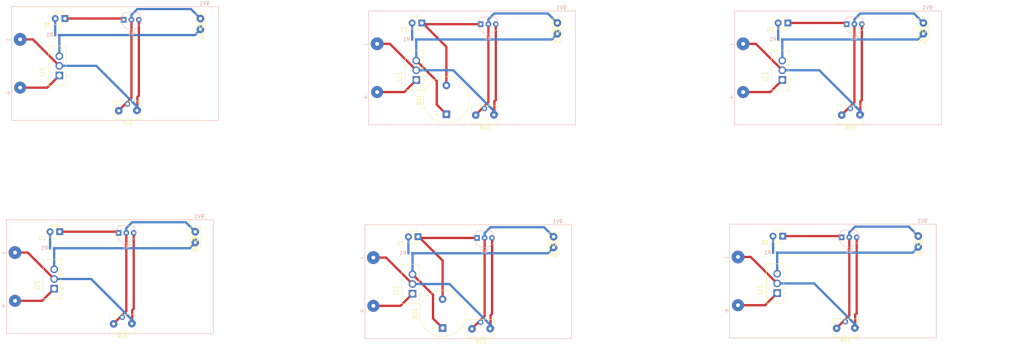
<source format=kicad_pcb>
(kicad_pcb (version 20211014) (generator pcbnew)
  (title_block (comment 1 "180208063"))
  (layers (0 "F.Cu" signal) (31 "B.Cu" signal) (34 "B.Paste" user) (35 "F.Paste" user) (36 "B.SilkS" user "B.Silkscreen") (37 "F.SilkS" user "F.Silkscreen") (38 "B.Mask" user) (39 "F.Mask" user) (44 "Edge.Cuts" user))
  (net 0 "")
  (net 2 "Net-(BZ1-Pad2)")
  (net 3 "Net-(D1-Pad2)")
  (net 4 "Net-(BZ1-Pad1)")
  (net 5 "Net-(9V1-Pad-)")
  (net 6 "Net-(9V1-Pad+)")
  (net 7 "Net-(H1-Pad1)")
  (footprint "Connector_Pin:Pin_D0.9mm_L10.0mm_W2.4mm_FlatFork" (layer "F.Cu") (at 70.919713 21.558603)
    (fp_text reference "H1" (at 0 1.95) (layer "F.SilkS"))
    (fp_text value "MountingHole_Pad")
    (pad "1" thru_hole circle (at 0 0) (size 2 2) (drill 0.9) (layers F&B.Cu *.Mask) (net 7 "Net-(H1-Pad1)"))
  )
  (footprint "Potentiometer_THT:editted_Potentiometer_Bourns_3266Y_Vertical" (layer "F.Cu") (at 143.1015 46.9195 180)
    (fp_text reference "RV1" (at -2.54 -3.41) (layer "F.SilkS"))
    (fp_text value "R_POT")
    (pad "1" thru_hole circle (at -0.19 -0.06 180) (size 2 2) (drill 0.8) (layers *.Cu *.Mask))
    (pad "2" thru_hole circle (at -4.97 0.02 180) (size 2 2) (drill 0.8) (layers *.Cu *.Mask) (net 7 "Net-(H1-Pad1)"))
    (pad "3" thru_hole circle (at -2.47 1.69 180) (size 1.44 1.44) (drill 0.8) (layers *.Cu *.Mask) (net 5 "Net-(9V1-Pad-)"))
  )
  (footprint "LED_THT:LED_D3.0mm_FlatTop" (layer "F.Cu") (at 33.944713 77.668603 180)
    (fp_text reference "D1" (at 4.625 -1.7) (layer "F.SilkS"))
    (fp_text value "LED")
    (pad "1" thru_hole rect (at 0 0 180) (size 1.8 1.8) (drill 0.9) (layers F&B.Cu *.Mask) (net 2 "Net-(BZ1-Pad2)"))
    (pad "2" thru_hole circle (at 2.54 0 180) (size 1.8 1.8) (drill 0.9) (layers F&B.Cu *.Mask) (net 3 "Net-(D1-Pad2)"))
  )
  (footprint "Connector_Pin:Pin_D0.9mm_L10.0mm_W2.4mm_FlatFork" (layer "F.Cu") (at 260.959713 22.718603)
    (fp_text reference "H1" (at 0 1.95) (layer "F.SilkS"))
    (fp_text value "MountingHole_Pad")
    (pad "1" thru_hole circle (at 0 0) (size 2 2) (drill 0.9) (layers *.Cu *.Mask) (net 7 "Net-(H1-Pad1)"))
  )
  (footprint "L7805CV-Vreg:TO255P1040X460X1968-3" (layer "F.Cu") (at 126.677713 93.988603 90)
    (fp_text reference "U1" (at 0.995 -4.444 90) (layer "F.SilkS") (effects (font (size 1.4 1.4))))
    (fp_text value "L7805CV")
    (pad "1" thru_hole rect locked (at 0 0 90) (size 2 2) (drill 1.27) (layers F&B.Cu *.Mask) (net 6 "Net-(9V1-Pad+)"))
    (pad "2" thru_hole circle locked (at 2.55 0 90) (size 2 2) (drill 1.27) (layers F&B.Cu *.Mask) (net 5 "Net-(9V1-Pad-)"))
    (pad "3" thru_hole circle locked (at 5.1 0 90) (size 2 2) (drill 1.27) (layers F&B.Cu *.Mask) (net 4 "Net-(BZ1-Pad1)"))
  )
  (footprint "Connector_Pin:Pin_D0.9mm_L10.0mm_W2.4mm_FlatFork" (layer "F.Cu") (at 163.759713 81.838603)
    (fp_text reference "H2" (at 0 1.95) (layer "F.SilkS"))
    (fp_text value "MountingHole_Pad")
    (pad "1" thru_hole circle (at 0 0) (size 2 2) (drill 0.8) (layers F&B.Cu *.Mask) (net 4 "Net-(BZ1-Pad1)"))
  )
  (footprint "Connector_Pin:Pin_D0.9mm_L10.0mm_W2.4mm_FlatFork" (layer "F.Cu") (at 69.569713 77.668603)
    (fp_text reference "H1" (at 0 1.95) (layer "F.SilkS"))
    (fp_text value "MountingHole_Pad")
    (pad "1" thru_hole circle (at 0 0) (size 2 2) (drill 0.9) (layers F&B.Cu *.Mask) (net 7 "Net-(H1-Pad1)"))
  )
  (footprint "L7805CV-Vreg:TO255P1040X460X1968-3" (layer "F.Cu") (at 223.877713 37.718603 90)
    (fp_text reference "U1" (at 0.995 -4.444 90) (layer "F.SilkS") (effects (font (size 1.4 1.4))))
    (fp_text value "L7805CV")
    (pad "1" thru_hole rect locked (at 0 0 90) (size 2 2) (drill 1.27) (layers *.Cu *.Mask) (net 6 "Net-(9V1-Pad+)"))
    (pad "2" thru_hole circle locked (at 2.55 0 90) (size 2 2) (drill 1.27) (layers *.Cu *.Mask) (net 5 "Net-(9V1-Pad-)"))
    (pad "3" thru_hole circle locked (at 5.1 0 90) (size 2 2) (drill 1.27) (layers *.Cu *.Mask) (net 4 "Net-(BZ1-Pad1)"))
  )
  (footprint "Buzzer_Beeper:Buzzer_12x9.5RM7.6" (layer "F.Cu") (at 135.5715 46.7495 90)
    (fp_text reference "BZ1" (at 3.8 -7.2 90) (layer "F.SilkS"))
    (fp_text value "Buzzer")
    (fp_text user "+" (at -0.01 -2.54 90) (layer "F.SilkS"))
    (pad "1" thru_hole rect (at 0 0 90) (size 2 2) (drill 1) (layers *.Cu *.Mask) (net 4 "Net-(BZ1-Pad1)"))
    (pad "2" thru_hole circle (at 7.6 0 90) (size 2 2) (drill 1) (layers *.Cu *.Mask) (net 2 "Net-(BZ1-Pad2)"))
  )
  (footprint "Potentiometer_THT:editted_Potentiometer_Bourns_3266Y_Vertical" (layer "F.Cu") (at 49.2715 45.7595 180)
    (fp_text reference "RV1" (at -2.54 -3.41) (layer "F.SilkS"))
    (fp_text value "R_POT")
    (pad "1" thru_hole circle (at -0.19 -0.06 180) (size 2 2) (drill 0.8) (layers F&B.Cu *.Mask))
    (pad "2" thru_hole circle (at -4.97 0.02 180) (size 2 2) (drill 0.8) (layers F&B.Cu *.Mask) (net 7 "Net-(H1-Pad1)"))
    (pad "3" thru_hole circle (at -2.47 1.69 180) (size 1.44 1.44) (drill 0.8) (layers F&B.Cu *.Mask) (net 5 "Net-(9V1-Pad-)"))
  )
  (footprint "Potentiometer_THT:editted_Potentiometer_Bourns_3266Y_Vertical" (layer "F.Cu") (at 47.9215 101.8695 180)
    (fp_text reference "RV1" (at -2.54 -3.41) (layer "F.SilkS"))
    (fp_text value "R_POT")
    (pad "1" thru_hole circle (at -0.19 -0.06 180) (size 2 2) (drill 0.8) (layers F&B.Cu *.Mask))
    (pad "2" thru_hole circle (at -4.97 0.02 180) (size 2 2) (drill 0.8) (layers F&B.Cu *.Mask) (net 7 "Net-(H1-Pad1)"))
    (pad "3" thru_hole circle (at -2.47 1.69 180) (size 1.44 1.44) (drill 0.8) (layers F&B.Cu *.Mask) (net 5 "Net-(9V1-Pad-)"))
  )
  (footprint "Connector_Pin:Pin_D0.9mm_L10.0mm_W2.4mm_FlatFork" (layer "F.Cu") (at 163.759713 78.988603)
    (fp_text reference "H1" (at 0 1.95) (layer "F.SilkS"))
    (fp_text value "MountingHole_Pad")
    (pad "1" thru_hole circle (at 0 0) (size 2 2) (drill 0.9) (layers F&B.Cu *.Mask) (net 7 "Net-(H1-Pad1)"))
  )
  (footprint "Connector_Pin:Pin_D0.9mm_L10.0mm_W2.4mm_FlatFork" (layer "F.Cu") (at 259.609713 81.678603)
    (fp_text reference "H2" (at 0 1.95) (layer "F.SilkS"))
    (fp_text value "MountingHole_Pad")
    (pad "1" thru_hole circle (at 0 0) (size 2 2) (drill 0.8) (layers F&B.Cu *.Mask) (net 4 "Net-(BZ1-Pad1)"))
  )
  (footprint "LED_THT:LED_D3.0mm_FlatTop" (layer "F.Cu") (at 128.134713 78.988603 180)
    (fp_text reference "D1" (at 4.625 -1.7) (layer "F.SilkS"))
    (fp_text value "LED")
    (pad "1" thru_hole rect (at 0 0 180) (size 1.8 1.8) (drill 0.9) (layers F&B.Cu *.Mask) (net 2 "Net-(BZ1-Pad2)"))
    (pad "2" thru_hole circle (at 2.54 0 180) (size 1.8 1.8) (drill 0.9) (layers F&B.Cu *.Mask) (net 3 "Net-(D1-Pad2)"))
  )
  (footprint "Connector_Pin:Pin_D0.9mm_L10.0mm_W2.4mm_FlatFork" (layer "F.Cu") (at 164.749713 22.718603)
    (fp_text reference "H1" (at 0 1.95) (layer "F.SilkS"))
    (fp_text value "MountingHole_Pad")
    (pad "1" thru_hole circle (at 0 0) (size 2 2) (drill 0.9) (layers F&B.Cu *.Mask) (net 7 "Net-(H1-Pad1)"))
  )
  (footprint "Connector_Pin:Pin_D0.9mm_L10.0mm_W2.4mm_FlatFork" (layer "F.Cu") (at 69.569713 80.518603)
    (fp_text reference "H2" (at 0 1.95) (layer "F.SilkS"))
    (fp_text value "MountingHole_Pad")
    (pad "1" thru_hole circle (at 0 0) (size 2 2) (drill 0.8) (layers F&B.Cu *.Mask) (net 4 "Net-(BZ1-Pad1)"))
  )
  (footprint "Connector_Pin:Pin_D0.9mm_L10.0mm_W2.4mm_FlatFork" (layer "F.Cu") (at 70.919713 24.408603)
    (fp_text reference "H2" (at 0 1.95) (layer "F.SilkS"))
    (fp_text value "MountingHole_Pad")
    (pad "1" thru_hole circle (at 0 0) (size 2 2) (drill 0.8) (layers F&B.Cu *.Mask) (net 4 "Net-(BZ1-Pad1)"))
  )
  (footprint "L7805CV-Vreg:TO255P1040X460X1968-3" (layer "F.Cu") (at 33.837713 36.558603 90)
    (fp_text reference "U1" (at 0.995 -4.444 90) (layer "F.SilkS") (effects (font (size 1.4 1.4))))
    (fp_text value "L7805CV")
    (pad "1" thru_hole rect locked (at 0 0 90) (size 2 2) (drill 1.27) (layers F&B.Cu *.Mask) (net 6 "Net-(9V1-Pad+)"))
    (pad "2" thru_hole circle locked (at 2.55 0 90) (size 2 2) (drill 1.27) (layers F&B.Cu *.Mask) (net 5 "Net-(9V1-Pad-)"))
    (pad "3" thru_hole circle locked (at 5.1 0 90) (size 2 2) (drill 1.27) (layers F&B.Cu *.Mask) (net 4 "Net-(BZ1-Pad1)"))
  )
  (footprint "Potentiometer_THT:editted_Potentiometer_Bourns_3266Y_Vertical" (layer "F.Cu") (at 237.9615 103.0295 180)
    (fp_text reference "RV1" (at -2.54 -3.41) (layer "F.SilkS"))
    (fp_text value "R_POT")
    (pad "1" thru_hole circle (at -0.19 -0.06 180) (size 2 2) (drill 0.8) (layers F&B.Cu *.Mask))
    (pad "2" thru_hole circle (at -4.97 0.02 180) (size 2 2) (drill 0.8) (layers F&B.Cu *.Mask) (net 7 "Net-(H1-Pad1)"))
    (pad "3" thru_hole circle (at -2.47 1.69 180) (size 1.44 1.44) (drill 0.8) (layers F&B.Cu *.Mask) (net 5 "Net-(9V1-Pad-)"))
  )
  (footprint "L7805CV-Vreg:TO255P1040X460X1968-3" (layer "F.Cu") (at 222.527713 93.828603 90)
    (fp_text reference "U1" (at 0.995 -4.444 90) (layer "F.SilkS") (effects (font (size 1.4 1.4))))
    (fp_text value "L7805CV")
    (pad "1" thru_hole rect locked (at 0 0 90) (size 2 2) (drill 1.27) (layers F&B.Cu *.Mask) (net 6 "Net-(9V1-Pad+)"))
    (pad "2" thru_hole circle locked (at 2.55 0 90) (size 2 2) (drill 1.27) (layers F&B.Cu *.Mask) (net 5 "Net-(9V1-Pad-)"))
    (pad "3" thru_hole circle locked (at 5.1 0 90) (size 2 2) (drill 1.27) (layers F&B.Cu *.Mask) (net 4 "Net-(BZ1-Pad1)"))
  )
  (footprint "Buzzer_Beeper:Buzzer_12x9.5RM7.6" (layer "F.Cu") (at 134.5815 103.0195 90)
    (fp_text reference "BZ1" (at 3.8 -7.2 90) (layer "F.SilkS"))
    (fp_text value "Buzzer")
    (fp_text user "+" (at -0.01 -2.54 90) (layer "F.SilkS"))
    (pad "1" thru_hole rect (at 0 0 90) (size 2 2) (drill 1) (layers F&B.Cu *.Mask) (net 4 "Net-(BZ1-Pad1)"))
    (pad "2" thru_hole circle (at 7.6 0 90) (size 2 2) (drill 1) (layers F&B.Cu *.Mask) (net 2 "Net-(BZ1-Pad2)"))
  )
  (footprint "Potentiometer_THT:editted_Potentiometer_Bourns_3266Y_Vertical" (layer "F.Cu") (at 142.1115 103.1895 180)
    (fp_text reference "RV1" (at -2.54 -3.41) (layer "F.SilkS"))
    (fp_text value "R_POT")
    (pad "1" thru_hole circle (at -0.19 -0.06 180) (size 2 2) (drill 0.8) (layers F&B.Cu *.Mask))
    (pad "2" thru_hole circle (at -4.97 0.02 180) (size 2 2) (drill 0.8) (layers F&B.Cu *.Mask) (net 7 "Net-(H1-Pad1)"))
    (pad "3" thru_hole circle (at -2.47 1.69 180) (size 1.44 1.44) (drill 0.8) (layers F&B.Cu *.Mask) (net 5 "Net-(9V1-Pad-)"))
  )
  (footprint "L7805CV-Vreg:TO255P1040X460X1968-3" (layer "F.Cu") (at 127.667713 37.718603 90)
    (fp_text reference "U1" (at 0.995 -4.444 90) (layer "F.SilkS") (effects (font (size 1.4 1.4))))
    (fp_text value "L7805CV")
    (pad "1" thru_hole rect locked (at 0 0 90) (size 2 2) (drill 1.27) (layers *.Cu *.Mask) (net 6 "Net-(9V1-Pad+)"))
    (pad "2" thru_hole circle locked (at 2.55 0 90) (size 2 2) (drill 1.27) (layers *.Cu *.Mask) (net 5 "Net-(9V1-Pad-)"))
    (pad "3" thru_hole circle locked (at 5.1 0 90) (size 2 2) (drill 1.27) (layers *.Cu *.Mask) (net 4 "Net-(BZ1-Pad1)"))
  )
  (footprint "Connector_Pin:Pin_D0.9mm_L10.0mm_W2.4mm_FlatFork" (layer "F.Cu") (at 164.749713 25.568603)
    (fp_text reference "H2" (at 0 1.95) (layer "F.SilkS"))
    (fp_text value "MountingHole_Pad")
    (pad "1" thru_hole circle (at 0 0) (size 2 2) (drill 0.8) (layers F&B.Cu *.Mask) (net 4 "Net-(BZ1-Pad1)"))
  )
  (footprint "L7805CV-Vreg:TO255P1040X460X1968-3" (layer "F.Cu") (at 32.487713 92.668603 90)
    (fp_text reference "U1" (at 0.995 -4.444 90) (layer "F.SilkS") (effects (font (size 1.4 1.4))))
    (fp_text value "L7805CV")
    (pad "1" thru_hole rect locked (at 0 0 90) (size 2 2) (drill 1.27) (layers F&B.Cu *.Mask) (net 6 "Net-(9V1-Pad+)"))
    (pad "2" thru_hole circle locked (at 2.55 0 90) (size 2 2) (drill 1.27) (layers F&B.Cu *.Mask) (net 5 "Net-(9V1-Pad-)"))
    (pad "3" thru_hole circle locked (at 5.1 0 90) (size 2 2) (drill 1.27) (layers F&B.Cu *.Mask) (net 4 "Net-(BZ1-Pad1)"))
  )
  (footprint "Connector_Pin:Pin_D0.9mm_L10.0mm_W2.4mm_FlatFork" (layer "F.Cu") (at 260.959713 25.568603)
    (fp_text reference "H2" (at 0 1.95) (layer "F.SilkS"))
    (fp_text value "MountingHole_Pad")
    (pad "1" thru_hole circle (at 0 0) (size 2 2) (drill 0.8) (layers *.Cu *.Mask) (net 4 "Net-(BZ1-Pad1)"))
  )
  (footprint "Potentiometer_THT:editted_Potentiometer_Bourns_3266Y_Vertical" (layer "F.Cu") (at 239.3115 46.9195 180)
    (fp_text reference "RV1" (at -2.54 -3.41) (layer "F.SilkS"))
    (fp_text value "R_POT")
    (pad "1" thru_hole circle (at -0.19 -0.06 180) (size 2 2) (drill 0.8) (layers *.Cu *.Mask))
    (pad "2" thru_hole circle (at -4.97 0.02 180) (size 2 2) (drill 0.8) (layers *.Cu *.Mask) (net 7 "Net-(H1-Pad1)"))
    (pad "3" thru_hole circle (at -2.47 1.69 180) (size 1.44 1.44) (drill 0.8) (layers *.Cu *.Mask) (net 5 "Net-(9V1-Pad-)"))
  )
  (footprint "LED_THT:LED_D3.0mm_FlatTop" (layer "F.Cu") (at 225.334713 22.718603 180)
    (fp_text reference "D1" (at 4.625 -1.7) (layer "F.SilkS"))
    (fp_text value "LED")
    (pad "1" thru_hole rect (at 0 0 180) (size 1.8 1.8) (drill 0.9) (layers *.Cu *.Mask) (net 2 "Net-(BZ1-Pad2)"))
    (pad "2" thru_hole circle (at 2.54 0 180) (size 1.8 1.8) (drill 0.9) (layers *.Cu *.Mask) (net 3 "Net-(D1-Pad2)"))
  )
  (footprint "Connector_Pin:Pin_D0.9mm_L10.0mm_W2.4mm_FlatFork" (layer "F.Cu") (at 259.609713 78.828603)
    (fp_text reference "H1" (at 0 1.95) (layer "F.SilkS"))
    (fp_text value "MountingHole_Pad")
    (pad "1" thru_hole circle (at 0 0) (size 2 2) (drill 0.9) (layers F&B.Cu *.Mask) (net 7 "Net-(H1-Pad1)"))
  )
  (footprint "LED_THT:LED_D3.0mm_FlatTop" (layer "F.Cu") (at 223.984713 78.828603 180)
    (fp_text reference "D1" (at 4.625 -1.7) (layer "F.SilkS"))
    (fp_text value "LED")
    (pad "1" thru_hole rect (at 0 0 180) (size 1.8 1.8) (drill 0.9) (layers F&B.Cu *.Mask) (net 2 "Net-(BZ1-Pad2)"))
    (pad "2" thru_hole circle (at 2.54 0 180) (size 1.8 1.8) (drill 0.9) (layers F&B.Cu *.Mask) (net 3 "Net-(D1-Pad2)"))
  )
  (footprint "LED_THT:LED_D3.0mm_FlatTop" (layer "F.Cu") (at 35.294713 21.558603 180)
    (fp_text reference "D1" (at 4.625 -1.7) (layer "F.SilkS"))
    (fp_text value "LED")
    (pad "1" thru_hole rect (at 0 0 180) (size 1.8 1.8) (drill 0.9) (layers F&B.Cu *.Mask) (net 2 "Net-(BZ1-Pad2)"))
    (pad "2" thru_hole circle (at 2.54 0 180) (size 1.8 1.8) (drill 0.9) (layers F&B.Cu *.Mask) (net 3 "Net-(D1-Pad2)"))
  )
  (footprint "LED_THT:LED_D3.0mm_FlatTop" (layer "F.Cu") (at 129.124713 22.718603 180)
    (fp_text reference "D1" (at 4.625 -1.7) (layer "F.SilkS"))
    (fp_text value "LED")
    (pad "1" thru_hole rect (at 0 0 180) (size 1.8 1.8) (drill 0.9) (layers F&B.Cu *.Mask) (net 2 "Net-(BZ1-Pad2)"))
    (pad "2" thru_hole circle (at 2.54 0 180) (size 1.8 1.8) (drill 0.9) (layers F&B.Cu *.Mask) (net 3 "Net-(D1-Pad2)"))
  )
  (footprint "Package_TO_SOT_THT:TO-92_Inline2-bigger" (layer "B.Cu") (at 51.4515 21.8495)
    (fp_text reference "Q1" (at 1.27 3.56 180) (layer "B.SilkS") (effects (justify mirror)))
    (fp_text value "BC547")
    (pad "1" thru_hole rect (at -0.7 0.03) (size 1.5 1.5) (drill 0.7) (layers F&B.Cu *.Mask) (net 2 "Net-(BZ1-Pad2)"))
    (pad "2" thru_hole oval (at 1.34 0.02) (size 1.5 1.5) (drill 0.7) (layers F&B.Cu *.Mask) (net 7 "Net-(H1-Pad1)"))
    (pad "3" thru_hole oval (at 3.29 0.02) (size 1.5 1.5) (drill 0.7) (layers F&B.Cu *.Mask) (net 5 "Net-(9V1-Pad-)"))
  )
  (footprint "Package_TO_SOT_THT:TO-92_Inline2-bigger" (layer "B.Cu") (at 241.4915 23.0095)
    (fp_text reference "Q1" (at 1.27 3.56 180) (layer "B.SilkS") (effects (justify mirror)))
    (fp_text value "BC547")
    (pad "1" thru_hole rect (at -0.7 0.03) (size 1.5 1.5) (drill 0.7) (layers *.Cu *.Mask) (net 2 "Net-(BZ1-Pad2)"))
    (pad "2" thru_hole oval (at 1.34 0.02) (size 1.5 1.5) (drill 0.7) (layers *.Cu *.Mask) (net 7 "Net-(H1-Pad1)"))
    (pad "3" thru_hole oval (at 3.29 0.02) (size 1.5 1.5) (drill 0.7) (layers *.Cu *.Mask) (net 5 "Net-(9V1-Pad-)"))
  )
  (footprint "BHVPC-BatteryHolder:BAT_BH9VPC" (layer "B.Cu") (at 238.524713 34.558603 180)
    (fp_text reference "9V1" (at -23.495 15.875) (layer "B.SilkS") (effects (justify mirror)))
    (fp_text value "BH9VPC")
    (fp_text user "-" (at 27.94 6.35) (layer "B.SilkS") (effects (font (size 1.4 1.4)) (justify mirror)))
    (fp_text user "+" (at 27.94 -7.62) (layer "B.SilkS") (effects (font (size 1.4 1.4)) (justify mirror)))
    (pad "" np_thru_hole circle (at 13.345 11.09 180) (size 0.001 0.001) (drill 0.762) (layers F&B.Cu *.Mask))
    (pad "" np_thru_hole circle (at -13.625 11.09 180) (size 0.001 0.001) (drill 0.762) (layers F&B.Cu *.Mask))
    (pad "" np_thru_hole circle (at -0.135 -11.26 180) (size 0.001 0.001) (drill 0.762) (layers F&B.Cu *.Mask))
    (pad "+" thru_hole circle (at 24.945 -6.35 180) (size 3.171576 3.171576) (drill 1.016) (layers *.Cu *.Mask) (net 6 "Net-(9V1-Pad+)"))
    (pad "-" thru_hole circle (at 24.945 6.35 180) (size 3.370058 3.370058) (drill 1.016) (layers *.Cu *.Mask) (net 5 "Net-(9V1-Pad-)"))
  )
  (footprint "BHVPC-BatteryHolder:BAT_BH9VPC" (layer "B.Cu") (at 141.324713 90.828603 180)
    (fp_text reference "9V1" (at -23.495 15.875) (layer "B.SilkS") (effects (justify mirror)))
    (fp_text value "BH9VPC")
    (fp_text user "-" (at 27.94 6.35) (layer "B.SilkS") (effects (font (size 1.4 1.4)) (justify mirror)))
    (fp_text user "+" (at 27.94 -7.62) (layer "B.SilkS") (effects (font (size 1.4 1.4)) (justify mirror)))
    (pad "" np_thru_hole circle (at -0.135 -11.26 180) (size 0.001 0.001) (drill 0.762) (layers F&B.Cu *.Mask))
    (pad "" np_thru_hole circle (at -13.625 11.09 180) (size 0.001 0.001) (drill 0.762) (layers F&B.Cu *.Mask))
    (pad "" np_thru_hole circle (at 13.345 11.09 180) (size 0.001 0.001) (drill 0.762) (layers F&B.Cu *.Mask))
    (pad "+" thru_hole circle (at 24.945 -6.35 180) (size 3.171576 3.171576) (drill 1.016) (layers F&B.Cu *.Mask) (net 6 "Net-(9V1-Pad+)"))
    (pad "-" thru_hole circle (at 24.945 6.35 180) (size 3.370058 3.370058) (drill 1.016) (layers F&B.Cu *.Mask) (net 5 "Net-(9V1-Pad-)"))
  )
  (footprint "Resistor_SMD:R_0402_1005Metric" (layer "B.Cu") (at 31.919713 82.018603 180)
    (fp_text reference "R1" (at 1.95 0.05) (layer "B.SilkS") (effects (justify mirror)))
    (fp_text value "1kohm")
    (pad "1" smd roundrect (at -0.51 0 180) (size 0.54 0.64) (layers "B.Cu" "B.Paste" "B.Mask") (net 4 "Net-(BZ1-Pad1)"))
    (pad "2" smd roundrect (at 0.51 0 180) (size 0.54 0.64) (layers "B.Cu" "B.Paste" "B.Mask") (net 3 "Net-(D1-Pad2)"))
  )
  (footprint "Package_TO_SOT_THT:TO-92_Inline2-bigger" (layer "B.Cu") (at 240.1415 79.1195)
    (fp_text reference "Q1" (at 1.27 3.56 180) (layer "B.SilkS") (effects (justify mirror)))
    (fp_text value "BC547")
    (pad "1" thru_hole rect (at -0.7 0.03) (size 1.5 1.5) (drill 0.7) (layers F&B.Cu *.Mask) (net 2 "Net-(BZ1-Pad2)"))
    (pad "2" thru_hole oval (at 1.34 0.02) (size 1.5 1.5) (drill 0.7) (layers F&B.Cu *.Mask) (net 7 "Net-(H1-Pad1)"))
    (pad "3" thru_hole oval (at 3.29 0.02) (size 1.5 1.5) (drill 0.7) (layers F&B.Cu *.Mask) (net 5 "Net-(9V1-Pad-)"))
  )
  (footprint "Resistor_SMD:R_0402_1005Metric" (layer "B.Cu") (at 33.269713 25.908603 180)
    (fp_text reference "R1" (at 1.95 0.05) (layer "B.SilkS") (effects (justify mirror)))
    (fp_text value "1kohm")
    (pad "1" smd roundrect (at -0.51 0 180) (size 0.54 0.64) (layers "B.Cu" "B.Paste" "B.Mask") (net 4 "Net-(BZ1-Pad1)"))
    (pad "2" smd roundrect (at 0.51 0 180) (size 0.54 0.64) (layers "B.Cu" "B.Paste" "B.Mask") (net 3 "Net-(D1-Pad2)"))
  )
  (footprint "BHVPC-BatteryHolder:BAT_BH9VPC" (layer "B.Cu") (at 48.484713 33.398603 180)
    (fp_text reference "9V1" (at -23.495 15.875) (layer "B.SilkS") (effects (justify mirror)))
    (fp_text value "BH9VPC")
    (fp_text user "-" (at 27.94 6.35) (layer "B.SilkS") (effects (font (size 1.4 1.4)) (justify mirror)))
    (fp_text user "+" (at 27.94 -7.62) (layer "B.SilkS") (effects (font (size 1.4 1.4)) (justify mirror)))
    (pad "" np_thru_hole circle (at 13.345 11.09 180) (size 0.001 0.001) (drill 0.762) (layers F&B.Cu *.Mask))
    (pad "" np_thru_hole circle (at -13.625 11.09 180) (size 0.001 0.001) (drill 0.762) (layers F&B.Cu *.Mask))
    (pad "" np_thru_hole circle (at -0.135 -11.26 180) (size 0.001 0.001) (drill 0.762) (layers F&B.Cu *.Mask))
    (pad "+" thru_hole circle (at 24.945 -6.35 180) (size 3.171576 3.171576) (drill 1.016) (layers F&B.Cu *.Mask) (net 6 "Net-(9V1-Pad+)"))
    (pad "-" thru_hole circle (at 24.945 6.35 180) (size 3.370058 3.370058) (drill 1.016) (layers F&B.Cu *.Mask) (net 5 "Net-(9V1-Pad-)"))
  )
  (footprint "Package_TO_SOT_THT:TO-92_Inline2-bigger" (layer "B.Cu") (at 50.1015 77.9595)
    (fp_text reference "Q1" (at 1.27 3.56 180) (layer "B.SilkS") (effects (justify mirror)))
    (fp_text value "BC547")
    (pad "1" thru_hole rect (at -0.7 0.03) (size 1.5 1.5) (drill 0.7) (layers F&B.Cu *.Mask) (net 2 "Net-(BZ1-Pad2)"))
    (pad "2" thru_hole oval (at 1.34 0.02) (size 1.5 1.5) (drill 0.7) (layers F&B.Cu *.Mask) (net 7 "Net-(H1-Pad1)"))
    (pad "3" thru_hole oval (at 3.29 0.02) (size 1.5 1.5) (drill 0.7) (layers F&B.Cu *.Mask) (net 5 "Net-(9V1-Pad-)"))
  )
  (footprint "Resistor_SMD:R_0402_1005Metric" (layer "B.Cu") (at 223.309713 27.068603 180)
    (fp_text reference "R1" (at 1.95 0.05) (layer "B.SilkS") (effects (justify mirror)))
    (fp_text value "1kohm")
    (pad "1" smd roundrect (at -0.51 0 180) (size 0.54 0.64) (layers "B.Cu" "B.Paste" "B.Mask") (net 4 "Net-(BZ1-Pad1)"))
    (pad "2" smd roundrect (at 0.51 0 180) (size 0.54 0.64) (layers "B.Cu" "B.Paste" "B.Mask") (net 3 "Net-(D1-Pad2)"))
  )
  (footprint "Resistor_SMD:R_0402_1005Metric" (layer "B.Cu") (at 126.109713 83.338603 180)
    (fp_text reference "R1" (at 1.95 0.05) (layer "B.SilkS") (effects (justify mirror)))
    (fp_text value "1kohm")
    (pad "1" smd roundrect (at -0.51 0 180) (size 0.54 0.64) (layers "B.Cu" "B.Paste" "B.Mask") (net 4 "Net-(BZ1-Pad1)"))
    (pad "2" smd roundrect (at 0.51 0 180) (size 0.54 0.64) (layers "B.Cu" "B.Paste" "B.Mask") (net 3 "Net-(D1-Pad2)"))
  )
  (footprint "BHVPC-BatteryHolder:BAT_BH9VPC" (layer "B.Cu") (at 237.174713 90.668603 180)
    (fp_text reference "9V1" (at -23.495 15.875) (layer "B.SilkS") (effects (justify mirror)))
    (fp_text value "BH9VPC")
    (fp_text user "-" (at 27.94 6.35) (layer "B.SilkS") (effects (font (size 1.4 1.4)) (justify mirror)))
    (fp_text user "+" (at 27.94 -7.62) (layer "B.SilkS") (effects (font (size 1.4 1.4)) (justify mirror)))
    (pad "" np_thru_hole circle (at 13.345 11.09 180) (size 0.001 0.001) (drill 0.762) (layers F&B.Cu *.Mask))
    (pad "" np_thru_hole circle (at -13.625 11.09 180) (size 0.001 0.001) (drill 0.762) (layers F&B.Cu *.Mask))
    (pad "" np_thru_hole circle (at -0.135 -11.26 180) (size 0.001 0.001) (drill 0.762) (layers F&B.Cu *.Mask))
    (pad "+" thru_hole circle (at 24.945 -6.35 180) (size 3.171576 3.171576) (drill 1.016) (layers F&B.Cu *.Mask) (net 6 "Net-(9V1-Pad+)"))
    (pad "-" thru_hole circle (at 24.945 6.35 180) (size 3.370058 3.370058) (drill 1.016) (layers F&B.Cu *.Mask) (net 5 "Net-(9V1-Pad-)"))
  )
  (footprint "BHVPC-BatteryHolder:BAT_BH9VPC" (layer "B.Cu") (at 47.134713 89.508603 180)
    (fp_text reference "9V1" (at -23.495 15.875) (layer "B.SilkS") (effects (justify mirror)))
    (fp_text value "BH9VPC")
    (fp_text user "-" (at 27.94 6.35) (layer "B.SilkS") (effects (font (size 1.4 1.4)) (justify mirror)))
    (fp_text user "+" (at 27.94 -7.62) (layer "B.SilkS") (effects (font (size 1.4 1.4)) (justify mirror)))
    (pad "" np_thru_hole circle (at 13.345 11.09 180) (size 0.001 0.001) (drill 0.762) (layers F&B.Cu *.Mask))
    (pad "" np_thru_hole circle (at -13.625 11.09 180) (size 0.001 0.001) (drill 0.762) (layers F&B.Cu *.Mask))
    (pad "" np_thru_hole circle (at -0.135 -11.26 180) (size 0.001 0.001) (drill 0.762) (layers F&B.Cu *.Mask))
    (pad "+" thru_hole circle (at 24.945 -6.35 180) (size 3.171576 3.171576) (drill 1.016) (layers F&B.Cu *.Mask) (net 6 "Net-(9V1-Pad+)"))
    (pad "-" thru_hole circle (at 24.945 6.35 180) (size 3.370058 3.370058) (drill 1.016) (layers F&B.Cu *.Mask) (net 5 "Net-(9V1-Pad-)"))
  )
  (footprint "BHVPC-BatteryHolder:BAT_BH9VPC" (layer "B.Cu") (at 142.314713 34.558603 180)
    (fp_text reference "9V1" (at -23.495 15.875) (layer "B.SilkS") (effects (justify mirror)))
    (fp_text value "BH9VPC")
    (fp_text user "-" (at 27.94 6.35) (layer "B.SilkS") (effects (font (size 1.4 1.4)) (justify mirror)))
    (fp_text user "+" (at 27.94 -7.62) (layer "B.SilkS") (effects (font (size 1.4 1.4)) (justify mirror)))
    (pad "" np_thru_hole circle (at -0.135 -11.26 180) (size 0.001 0.001) (drill 0.762) (layers F&B.Cu *.Mask))
    (pad "" np_thru_hole circle (at -13.625 11.09 180) (size 0.001 0.001) (drill 0.762) (layers F&B.Cu *.Mask))
    (pad "" np_thru_hole circle (at 13.345 11.09 180) (size 0.001 0.001) (drill 0.762) (layers F&B.Cu *.Mask))
    (pad "+" thru_hole circle (at 24.945 -6.35 180) (size 3.171576 3.171576) (drill 1.016) (layers F&B.Cu *.Mask) (net 6 "Net-(9V1-Pad+)"))
    (pad "-" thru_hole circle (at 24.945 6.35 180) (size 3.370058 3.370058) (drill 1.016) (layers F&B.Cu *.Mask) (net 5 "Net-(9V1-Pad-)"))
  )
  (footprint "Resistor_SMD:R_0402_1005Metric" (layer "B.Cu") (at 127.099713 27.068603 180)
    (fp_text reference "R1" (at 1.95 0.05) (layer "B.SilkS") (effects (justify mirror)))
    (fp_text value "1kohm")
    (pad "1" smd roundrect (at -0.51 0 180) (size 0.54 0.64) (layers "B.Cu" "B.Paste" "B.Mask") (net 4 "Net-(BZ1-Pad1)"))
    (pad "2" smd roundrect (at 0.51 0 180) (size 0.54 0.64) (layers "B.Cu" "B.Paste" "B.Mask") (net 3 "Net-(D1-Pad2)"))
  )
  (footprint "Resistor_SMD:R_0402_1005Metric" (layer "B.Cu") (at 221.959713 83.178603 180)
    (fp_text reference "R1" (at 1.95 0.05) (layer "B.SilkS") (effects (justify mirror)))
    (fp_text value "1kohm")
    (pad "1" smd roundrect (at -0.51 0 180) (size 0.54 0.64) (layers "B.Cu" "B.Paste" "B.Mask") (net 4 "Net-(BZ1-Pad1)"))
    (pad "2" smd roundrect (at 0.51 0 180) (size 0.54 0.64) (layers "B.Cu" "B.Paste" "B.Mask") (net 3 "Net-(D1-Pad2)"))
  )
  (footprint "Package_TO_SOT_THT:TO-92_Inline2-bigger" (layer "B.Cu") (at 144.2915 79.2795)
    (fp_text reference "Q1" (at 1.27 3.56 180) (layer "B.SilkS") (effects (justify mirror)))
    (fp_text value "BC547")
    (pad "1" thru_hole rect (at -0.7 0.03) (size 1.5 1.5) (drill 0.7) (layers F&B.Cu *.Mask) (net 2 "Net-(BZ1-Pad2)"))
    (pad "2" thru_hole oval (at 1.34 0.02) (size 1.5 1.5) (drill 0.7) (layers F&B.Cu *.Mask) (net 7 "Net-(H1-Pad1)"))
    (pad "3" thru_hole oval (at 3.29 0.02) (size 1.5 1.5) (drill 0.7) (layers F&B.Cu *.Mask) (net 5 "Net-(9V1-Pad-)"))
  )
  (footprint "Package_TO_SOT_THT:TO-92_Inline2-bigger" (layer "B.Cu") (at 145.2815 23.0095)
    (fp_text reference "Q1" (at 1.27 3.56 180) (layer "B.SilkS") (effects (justify mirror)))
    (fp_text value "BC547")
    (pad "1" thru_hole rect (at -0.7 0.03) (size 1.5 1.5) (drill 0.7) (layers F&B.Cu *.Mask) (net 2 "Net-(BZ1-Pad2)"))
    (pad "2" thru_hole oval (at 1.34 0.02) (size 1.5 1.5) (drill 0.7) (layers F&B.Cu *.Mask) (net 7 "Net-(H1-Pad1)"))
    (pad "3" thru_hole oval (at 3.29 0.02) (size 1.5 1.5) (drill 0.7) (layers F&B.Cu *.Mask) (net 5 "Net-(9V1-Pad-)"))
  )
  (segment (start 224.30561 79.1495) (end 223.984713 78.828603) (width 0.6) (layer "F.Cu") (net 2))
  (segment (start 50.424602 21.552602) (end 35.294713 21.552602) (width 0.6) (layer "F.Cu") (net 2))
  (segment (start 135.5715 29.001243) (end 129.282859 22.712602) (width 0.6) (layer "F.Cu") (net 2))
  (segment (start 128.45561 79.3095) (end 128.134713 78.988603) (width 0.6) (layer "F.Cu") (net 2))
  (segment (start 129.44561 23.0395) (end 129.124713 22.718603) (width 0.6) (layer "F.Cu") (net 2))
  (segment (start 34.26561 77.9895) (end 33.944713 77.668603) (width 0.6) (layer "F.Cu") (net 2))
  (segment (start 239.4415 79.1495) (end 239.114602 78.822602) (width 0.25) (layer "F.Cu") (net 2))
  (segment (start 144.5815 23.0395) (end 129.44561 23.0395) (width 0.6) (layer "F.Cu") (net 2))
  (segment (start 143.5915 79.3095) (end 128.45561 79.3095) (width 0.6) (layer "F.Cu") (net 2))
  (segment (start 128.134713 78.988603) (end 128.300603 78.988603) (width 0.25) (layer "F.Cu") (net 2))
  (segment (start 134.5815 85.271243) (end 128.292859 78.982602) (width 0.6) (layer "F.Cu") (net 2))
  (segment (start 239.114602 78.822602) (end 223.984713 78.822602) (width 0.6) (layer "F.Cu") (net 2))
  (segment (start 134.5815 95.4195) (end 134.5815 85.271243) (width 0.6) (layer "F.Cu") (net 2))
  (segment (start 35.61561 21.8795) (end 35.294713 21.558603) (width 0.6) (layer "F.Cu") (net 2))
  (segment (start 240.464602 22.712602) (end 225.334713 22.712602) (width 0.6) (layer "F.Cu") (net 2))
  (segment (start 49.4015 77.9895) (end 49.074602 77.662602) (width 0.25) (layer "F.Cu") (net 2))
  (segment (start 49.074602 77.662602) (end 33.944713 77.662602) (width 0.6) (layer "F.Cu") (net 2))
  (segment (start 135.5715 39.1495) (end 135.5715 29.001243) (width 0.6) (layer "F.Cu") (net 2))
  (segment (start 129.124713 22.718603) (end 129.290603 22.718603) (width 0.25) (layer "F.Cu") (net 2))
  (segment (start 225.65561 23.0395) (end 225.334713 22.718603) (width 0.6) (layer "F.Cu") (net 2))
  (segment (start 240.7915 23.0395) (end 240.464602 22.712602) (width 0.25) (layer "F.Cu") (net 2))
  (segment (start 50.7515 21.8795) (end 50.424602 21.552602) (width 0.25) (layer "F.Cu") (net 2))
  (segment (start 239.420603 78.828603) (end 239.7515 79.1595) (width 0.25) (layer "B.Cu") (net 2))
  (segment (start 129.44561 23.0395) (end 129.124713 22.718603) (width 0.25) (layer "B.Cu") (net 2))
  (segment (start 128.45561 79.3095) (end 128.134713 78.988603) (width 0.25) (layer "B.Cu") (net 2))
  (segment (start 35.61561 21.8795) (end 35.294713 21.558603) (width 0.25) (layer "B.Cu") (net 2))
  (segment (start 224.30561 79.1495) (end 223.984713 78.828603) (width 0.25) (layer "B.Cu") (net 2))
  (segment (start 240.770603 22.718603) (end 241.1015 23.0495) (width 0.25) (layer "B.Cu") (net 2))
  (segment (start 144.560603 22.718603) (end 144.8915 23.0495) (width 0.25) (layer "B.Cu") (net 2))
  (segment (start 50.730603 21.558603) (end 51.0615 21.8895) (width 0.25) (layer "B.Cu") (net 2))
  (segment (start 143.570603 78.988603) (end 143.9015 79.3195) (width 0.25) (layer "B.Cu") (net 2))
  (segment (start 34.26561 77.9895) (end 33.944713 77.668603) (width 0.25) (layer "B.Cu") (net 2))
  (segment (start 225.65561 23.0395) (end 225.334713 22.718603) (width 0.25) (layer "B.Cu") (net 2))
  (segment (start 49.380603 77.668603) (end 49.7115 77.9995) (width 0.25) (layer "B.Cu") (net 2))
  (segment (start 222.794713 27.063603) (end 222.794713 22.718603) (width 0.6) (layer "B.Cu") (net 3))
  (segment (start 125.599713 83.338603) (end 125.594713 83.333603) (width 0.25) (layer "B.Cu") (net 3))
  (segment (start 31.404713 82.013603) (end 31.404713 77.668603) (width 0.6) (layer "B.Cu") (net 3))
  (segment (start 32.754713 25.903603) (end 32.754713 21.558603) (width 0.6) (layer "B.Cu") (net 3))
  (segment (start 222.799713 27.068603) (end 222.794713 27.063603) (width 0.25) (layer "B.Cu") (net 3))
  (segment (start 221.444713 83.173603) (end 221.444713 78.828603) (width 0.6) (layer "B.Cu") (net 3))
  (segment (start 125.594713 83.333603) (end 125.594713 78.988603) (width 0.6) (layer "B.Cu") (net 3))
  (segment (start 126.589713 27.068603) (end 126.584713 27.063603) (width 0.25) (layer "B.Cu") (net 3))
  (segment (start 221.449713 83.178603) (end 221.444713 83.173603) (width 0.25) (layer "B.Cu") (net 3))
  (segment (start 32.759713 25.908603) (end 32.754713 25.903603) (width 0.25) (layer "B.Cu") (net 3))
  (segment (start 31.409713 82.018603) (end 31.404713 82.013603) (width 0.25) (layer "B.Cu") (net 3))
  (segment (start 126.584713 27.063603) (end 126.584713 22.718603) (width 0.6) (layer "B.Cu") (net 3))
  (segment (start 132.0615 94.27239) (end 132.0615 100.4995) (width 0.6) (layer "F.Cu") (net 4))
  (segment (start 126.677713 88.888603) (end 132.0615 94.27239) (width 0.6) (layer "F.Cu") (net 4))
  (segment (start 127.667713 32.618603) (end 133.0515 38.00239) (width 0.6) (layer "F.Cu") (net 4))
  (segment (start 133.0515 44.2295) (end 135.5715 46.7495) (width 0.6) (layer "F.Cu") (net 4))
  (segment (start 133.0515 38.00239) (end 133.0515 44.2295) (width 0.6) (layer "F.Cu") (net 4))
  (segment (start 132.0615 100.4995) (end 134.5815 103.0195) (width 0.6) (layer "F.Cu") (net 4))
  (segment (start 258.159713 83.178603) (end 259.659713 81.678603) (width 0.6) (layer "B.Cu") (net 4))
  (segment (start 69.469713 25.908603) (end 70.969713 24.408603) (width 0.6) (layer "B.Cu") (net 4))
  (segment (start 222.469713 83.178603) (end 258.159713 83.178603) (width 0.6) (layer "B.Cu") (net 4))
  (segment (start 33.837713 25.966603) (end 33.779713 25.908603) (width 0.25) (layer "B.Cu") (net 4))
  (segment (start 32.487713 87.568603) (end 32.487713 82.076603) (width 0.6) (layer "B.Cu") (net 4))
  (segment (start 162.309713 83.338603) (end 163.809713 81.838603) (width 0.6) (layer "B.Cu") (net 4))
  (segment (start 126.677713 83.396603) (end 126.619713 83.338603) (width 0.25) (layer "B.Cu") (net 4))
  (segment (start 68.119713 82.018603) (end 69.619713 80.518603) (width 0.6) (layer "B.Cu") (net 4))
  (segment (start 222.527713 83.236603) (end 222.469713 83.178603) (width 0.25) (layer "B.Cu") (net 4))
  (segment (start 259.509713 27.068603) (end 261.009713 25.568603) (width 0.6) (layer "B.Cu") (net 4))
  (segment (start 223.877713 27.126603) (end 223.819713 27.068603) (width 0.25) (layer "B.Cu") (net 4))
  (segment (start 223.877713 32.618603) (end 223.877713 27.126603) (width 0.6) (layer "B.Cu") (net 4))
  (segment (start 33.779713 25.908603) (end 69.469713 25.908603) (width 0.6) (layer "B.Cu") (net 4))
  (segment (start 32.429713 82.018603) (end 68.119713 82.018603) (width 0.6) (layer "B.Cu") (net 4))
  (segment (start 33.837713 31.458603) (end 33.837713 25.966603) (width 0.6) (layer "B.Cu") (net 4))
  (segment (start 127.667713 27.126603) (end 127.609713 27.068603) (width 0.25) (layer "B.Cu") (net 4))
  (segment (start 126.677713 88.888603) (end 126.677713 83.396603) (width 0.6) (layer "B.Cu") (net 4))
  (segment (start 127.667713 32.618603) (end 127.667713 27.126603) (width 0.6) (layer "B.Cu") (net 4))
  (segment (start 127.609713 27.068603) (end 163.299713 27.068603) (width 0.6) (layer "B.Cu") (net 4))
  (segment (start 223.819713 27.068603) (end 259.509713 27.068603) (width 0.6) (layer "B.Cu") (net 4))
  (segment (start 163.299713 27.068603) (end 164.799713 25.568603) (width 0.6) (layer "B.Cu") (net 4))
  (segment (start 32.487713 82.076603) (end 32.429713 82.018603) (width 0.25) (layer "B.Cu") (net 4))
  (segment (start 126.619713 83.338603) (end 162.309713 83.338603) (width 0.6) (layer "B.Cu") (net 4))
  (segment (start 222.527713 88.728603) (end 222.527713 83.236603) (width 0.6) (layer "B.Cu") (net 4))
  (segment (start 243.4315 99.1195) (end 243.0415 99.5095) (width 0.6) (layer "F.Cu") (net 5))
  (segment (start 147.1915 99.6695) (end 147.1915 103.1895) (width 0.6) (layer "F.Cu") (net 5))
  (segment (start 243.4315 102.47039) (end 243.764713 102.803603) (width 0.25) (layer "F.Cu") (net 5))
  (segment (start 53.1515 101.07039) (end 53.724713 101.643603) (width 0.25) (layer "F.Cu") (net 5))
  (segment (start 147.5815 102.63039) (end 147.914713 102.963603) (width 0.25) (layer "F.Cu") (net 5))
  (segment (start 53.3915 97.9595) (end 53.0015 98.3495) (width 0.6) (layer "F.Cu") (net 5))
  (segment (start 244.7815 43.0095) (end 244.3915 43.3995) (width 0.6) (layer "F.Cu") (net 5))
  (segment (start 54.7415 41.8495) (end 54.3515 42.2395) (width 0.6) (layer "F.Cu") (net 5))
  (segment (start 147.5815 99.2795) (end 147.1915 99.6695) (width 0.6) (layer "F.Cu") (net 5))
  (segment (start 54.7415 21.8695) (end 54.7415 41.8495) (width 0.6) (layer "F.Cu") (net 5))
  (segment (start 119.717713 84.478603) (end 126.677713 91.438603) (width 0.6) (layer "F.Cu") (net 5))
  (segment (start 25.527713 83.158603) (end 32.487713 90.118603) (width 0.6) (layer "F.Cu") (net 5))
  (segment (start 26.877713 27.048603) (end 33.837713 34.008603) (width 0.6) (layer "F.Cu") (net 5))
  (segment (start 243.4315 79.1395) (end 243.4315 99.1195) (width 0.6) (layer "F.Cu") (net 5))
  (segment (start 147.5815 79.2995) (end 147.5815 99.2795) (width 0.6) (layer "F.Cu") (net 5))
  (segment (start 53.0015 98.3495) (end 53.0015 101.8695) (width 0.6) (layer "F.Cu") (net 5))
  (segment (start 22.189713 83.158603) (end 25.527713 83.158603) (width 0.6) (layer "F.Cu") (net 5))
  (segment (start 148.3315 46.12039) (end 148.904713 46.693603) (width 0.25) (layer "F.Cu") (net 5))
  (segment (start 244.5415 46.12039) (end 245.114713 46.693603) (width 0.25) (layer "F.Cu") (net 5))
  (segment (start 213.579713 28.208603) (end 216.917713 28.208603) (width 0.6) (layer "F.Cu") (net 5))
  (segment (start 53.3915 77.9795) (end 53.3915 97.9595) (width 0.6) (layer "F.Cu") (net 5))
  (segment (start 148.1815 43.3995) (end 148.1815 46.9195) (width 0.6) (layer "F.Cu") (net 5))
  (segment (start 54.7415 45.20039) (end 55.074713 45.533603) (width 0.25) (layer "F.Cu") (net 5))
  (segment (start 147.3415 102.39039) (end 147.914713 102.963603) (width 0.25) (layer "F.Cu") (net 5))
  (segment (start 148.5715 46.36039) (end 148.904713 46.693603) (width 0.25) (layer "F.Cu") (net 5))
  (segment (start 53.3915 101.31039) (end 53.724713 101.643603) (width 0.25) (layer "F.Cu") (net 5))
  (segment (start 148.5715 23.0295) (end 148.5715 43.0095) (width 0.6) (layer "F.Cu") (net 5))
  (segment (start 54.5015 44.96039) (end 55.074713 45.533603) (width 0.25) (layer "F.Cu") (net 5))
  (segment (start 212.229713 84.318603) (end 215.567713 84.318603) (width 0.6) (layer "F.Cu") (net 5))
  (segment (start 148.5715 43.0095) (end 148.1815 43.3995) (width 0.6) (layer "F.Cu") (net 5))
  (segment (start 54.3515 42.2395) (end 54.3515 45.7595) (width 0.6) (layer "F.Cu") (net 5))
  (segment (start 23.539713 27.048603) (end 26.877713 27.048603) (width 0.6) (layer "F.Cu") (net 5))
  (segment (start 120.707713 28.208603) (end 127.667713 35.168603) (width 0.6) (layer "F.Cu") (net 5))
  (segment (start 117.369713 28.208603) (end 120.707713 28.208603) (width 0.6) (layer "F.Cu") (net 5))
  (segment (start 243.1915 102.23039) (end 243.764713 102.803603) (width 0.25) (layer "F.Cu") (net 5))
  (segment (start 215.567713 84.318603) (end 222.527713 91.278603) (width 0.6) (layer "F.Cu") (net 5))
  (segment (start 216.917713 28.208603) (end 223.877713 35.168603) (width 0.6) (layer "F.Cu") (net 5))
  (segment (start 244.7815 23.0295) (end 244.7815 43.0095) (width 0.6) (layer "F.Cu") (net 5))
  (segment (start 116.379713 84.478603) (end 119.717713 84.478603) (width 0.6) (layer "F.Cu") (net 5))
  (segment (start 243.0415 99.5095) (end 243.0415 103.0295) (width 0.6) (layer "F.Cu") (net 5))
  (segment (start 244.3915 43.3995) (end 244.3915 46.9195) (width 0.6) (layer "F.Cu") (net 5))
  (segment (start 244.7815 46.36039) (end 245.114713 46.693603) (width 0.25) (layer "F.Cu") (net 5))
  (segment (start 137.379713 35.168603) (end 147.056055 44.844945) (width 0.6) (layer "B.Cu") (net 5))
  (segment (start 51.876055 99.794945) (end 53.724713 101.643603) (width 0.6) (layer "B.Cu") (net 5))
  (segment (start 146.066055 101.114945) (end 147.914713 102.963603) (width 0.6) (layer "B.Cu") (net 5))
  (segment (start 32.487713 90.118603) (end 42.199713 90.118603) (width 0.6) (layer "B.Cu") (net 5))
  (segment (start 53.226055 43.684945) (end 54.3515 44.81039) (width 0.6) (layer "B.Cu") (net 5))
  (segment (start 43.549713 34.008603) (end 53.226055 43.684945) (width 0.6) (layer "B.Cu") (net 5))
  (segment (start 147.056055 44.844945) (end 148.1815 45.97039) (width 0.6) (layer "B.Cu") (net 5))
  (segment (start 148.1815 45.97039) (end 148.1815 46.9195) (width 0.6) (layer "B.Cu") (net 5))
  (segment (start 42.199713 90.118603) (end 51.876055 99.794945) (width 0.6) (layer "B.Cu") (net 5))
  (segment (start 146.066055 101.114945) (end 147.1915 102.24039) (width 0.6) (layer "B.Cu") (net 5))
  (segment (start 222.527713 91.278603) (end 232.239713 91.278603) (width 0.6) (layer "B.Cu") (net 5))
  (segment (start 33.837713 34.008603) (end 43.549713 34.008603) (width 0.6) (layer "B.Cu") (net 5))
  (segment (start 51.876055 99.794945) (end 53.0015 100.92039) (width 0.6) (layer "B.Cu") (net 5))
  (segment (start 147.056055 44.844945) (end 148.904713 46.693603) (width 0.6) (layer "B.Cu") (net 5))
  (segment (start 54.3515 44.81039) (end 54.3515 45.7595) (width 0.6) (layer "B.Cu") (net 5))
  (segment (start 126.677713 91.438603) (end 136.389713 91.438603) (width 0.6) (layer "B.Cu") (net 5))
  (segment (start 53.0015 100.92039) (end 53.0015 101.8695) (width 0.6) (layer "B.Cu") (net 5))
  (segment (start 244.3915 45.97039) (end 244.3915 46.9195) (width 0.6) (layer "B.Cu") (net 5))
  (segment (start 136.389713 91.438603) (end 146.066055 101.114945) (width 0.6) (layer "B.Cu") (net 5))
  (segment (start 243.266055 44.844945) (end 244.3915 45.97039) (width 0.6) (layer "B.Cu") (net 5))
  (segment (start 147.1915 102.24039) (end 147.1915 103.1895) (width 0.6) (layer "B.Cu") (net 5))
  (segment (start 232.239713 91.278603) (end 241.916055 100.954945) (width 0.6) (layer "B.Cu") (net 5))
  (segment (start 243.0415 102.08039) (end 243.0415 103.0295) (width 0.6) (layer "B.Cu") (net 5))
  (segment (start 233.589713 35.168603) (end 243.266055 44.844945) (width 0.6) (layer "B.Cu") (net 5))
  (segment (start 243.266055 44.844945) (end 245.114713 46.693603) (width 0.6) (layer "B.Cu") (net 5))
  (segment (start 223.877713 35.168603) (end 233.589713 35.168603) (width 0.6) (layer "B.Cu") (net 5))
  (segment (start 241.916055 100.954945) (end 243.0415 102.08039) (width 0.6) (layer "B.Cu") (net 5))
  (segment (start 53.226055 43.684945) (end 55.074713 45.533603) (width 0.6) (layer "B.Cu") (net 5))
  (segment (start 241.916055 100.954945) (end 243.764713 102.803603) (width 0.6) (layer "B.Cu") (net 5))
  (segment (start 127.667713 35.168603) (end 137.379713 35.168603) (width 0.6) (layer "B.Cu") (net 5))
  (segment (start 219.337713 97.018603) (end 222.527713 93.828603) (width 0.6) (layer "F.Cu") (net 6))
  (segment (start 123.487713 97.178603) (end 126.677713 93.988603) (width 0.6) (layer "F.Cu") (net 6))
  (segment (start 29.297713 95.858603) (end 32.487713 92.668603) (width 0.6) (layer "F.Cu") (net 6))
  (segment (start 22.189713 95.858603) (end 29.297713 95.858603) (width 0.6) (layer "F.Cu") (net 6))
  (segment (start 23.539713 39.748603) (end 30.647713 39.748603) (width 0.6) (layer "F.Cu") (net 6))
  (segment (start 116.379713 97.178603) (end 123.487713 97.178603) (width 0.6) (layer "F.Cu") (net 6))
  (segment (start 124.477713 40.908603) (end 127.667713 37.718603) (width 0.6) (layer "F.Cu") (net 6))
  (segment (start 117.369713 40.908603) (end 124.477713 40.908603) (width 0.6) (layer "F.Cu") (net 6))
  (segment (start 30.647713 39.748603) (end 33.837713 36.558603) (width 0.6) (layer "F.Cu") (net 6))
  (segment (start 220.687713 40.908603) (end 223.877713 37.718603) (width 0.6) (layer "F.Cu") (net 6))
  (segment (start 212.229713 97.018603) (end 219.337713 97.018603) (width 0.6) (layer "F.Cu") (net 6))
  (segment (start 213.579713 40.908603) (end 220.687713 40.908603) (width 0.6) (layer "F.Cu") (net 6))
  (segment (start 146.6215 43.5795) (end 143.1815 47.0195) (width 0.6) (layer "F.Cu") (net 7))
  (segment (start 146.6215 23.0295) (end 146.6215 43.5795) (width 0.6) (layer "F.Cu") (net 7))
  (segment (start 145.6315 79.2995) (end 145.6315 99.8495) (width 0.6) (layer "F.Cu") (net 7))
  (segment (start 242.8315 43.5795) (end 239.3915 47.0195) (width 0.6) (layer "F.Cu") (net 7))
  (segment (start 241.4815 99.6895) (end 238.0415 103.1295) (width 0.6) (layer "F.Cu") (net 7))
  (segment (start 52.7915 42.4195) (end 49.3515 45.8595) (width 0.6) (layer "F.Cu") (net 7))
  (segment (start 145.6315 99.8495) (end 142.1915 103.2895) (width 0.6) (layer "F.Cu") (net 7))
  (segment (start 241.4815 79.1395) (end 241.4815 99.6895) (width 0.6) (layer "F.Cu") (net 7))
  (segment (start 51.4415 98.5295) (end 48.0015 101.9695) (width 0.6) (layer "F.Cu") (net 7))
  (segment (start 242.8315 23.0295) (end 242.8315 43.5795) (width 0.6) (layer "F.Cu") (net 7))
  (segment (start 51.4415 77.9795) (end 51.4415 98.5295) (width 0.6) (layer "F.Cu") (net 7))
  (segment (start 52.7915 21.8695) (end 52.7915 42.4195) (width 0.6) (layer "F.Cu") (net 7))
  (segment (start 68.419713 19.058603) (end 70.919713 21.558603) (width 0.6) (layer "B.Cu") (net 7))
  (segment (start 243.022397 76.328603) (end 241.4815 77.8695) (width 0.6) (layer "B.Cu") (net 7))
  (segment (start 148.162397 20.218603) (end 146.6215 21.7595) (width 0.6) (layer "B.Cu") (net 7))
  (segment (start 257.109713 76.328603) (end 259.609713 78.828603) (width 0.6) (layer "B.Cu") (net 7))
  (segment (start 146.6215 21.7595) (end 146.6215 23.0295) (width 0.6) (layer "B.Cu") (net 7))
  (segment (start 54.332397 19.058603) (end 52.7915 20.5995) (width 0.6) (layer "B.Cu") (net 7))
  (segment (start 54.380603 75.168603) (end 52.982397 75.168603) (width 0.6) (layer "B.Cu") (net 7))
  (segment (start 55.730603 19.058603) (end 55.189713 19.058603) (width 0.4) (layer "B.Cu") (net 7))
  (segment (start 162.249713 20.218603) (end 149.560603 20.218603) (width 0.6) (layer "B.Cu") (net 7))
  (segment (start 244.372397 20.218603) (end 242.8315 21.7595) (width 0.6) (layer "B.Cu") (net 7))
  (segment (start 148.570603 76.488603) (end 147.172397 76.488603) (width 0.6) (layer "B.Cu") (net 7))
  (segment (start 162.249713 20.218603) (end 164.749713 22.718603) (width 0.6) (layer "B.Cu") (net 7))
  (segment (start 54.380603 75.168603) (end 53.839713 75.168603) (width 0.4) (layer "B.Cu") (net 7))
  (segment (start 258.459713 20.218603) (end 260.959713 22.718603) (width 0.6) (layer "B.Cu") (net 7))
  (segment (start 55.730603 19.058603) (end 54.332397 19.058603) (width 0.6) (layer "B.Cu") (net 7))
  (segment (start 147.172397 76.488603) (end 145.6315 78.0295) (width 0.6) (layer "B.Cu") (net 7))
  (segment (start 145.6315 78.0295) (end 145.6315 79.2995) (width 0.6) (layer "B.Cu") (net 7))
  (segment (start 161.259713 76.488603) (end 163.759713 78.988603) (width 0.6) (layer "B.Cu") (net 7))
  (segment (start 52.982397 75.168603) (end 51.4415 76.7095) (width 0.6) (layer "B.Cu") (net 7))
  (segment (start 241.4815 77.8695) (end 241.4815 79.1395) (width 0.6) (layer "B.Cu") (net 7))
  (segment (start 149.560603 20.218603) (end 149.019713 20.218603) (width 0.4) (layer "B.Cu") (net 7))
  (segment (start 258.459713 20.218603) (end 245.770603 20.218603) (width 0.6) (layer "B.Cu") (net 7))
  (segment (start 245.770603 20.218603) (end 244.372397 20.218603) (width 0.6) (layer "B.Cu") (net 7))
  (segment (start 149.560603 20.218603) (end 148.162397 20.218603) (width 0.6) (layer "B.Cu") (net 7))
  (segment (start 244.420603 76.328603) (end 243.879713 76.328603) (width 0.4) (layer "B.Cu") (net 7))
  (segment (start 257.109713 76.328603) (end 244.420603 76.328603) (width 0.6) (layer "B.Cu") (net 7))
  (segment (start 67.069713 75.168603) (end 54.380603 75.168603) (width 0.6) (layer "B.Cu") (net 7))
  (segment (start 242.8315 21.7595) (end 242.8315 23.0295) (width 0.6) (layer "B.Cu") (net 7))
  (segment (start 67.069713 75.168603) (end 69.569713 77.668603) (width 0.6) (layer "B.Cu") (net 7))
  (segment (start 52.7915 20.5995) (end 52.7915 21.8695) (width 0.6) (layer "B.Cu") (net 7))
  (segment (start 244.420603 76.328603) (end 243.022397 76.328603) (width 0.6) (layer "B.Cu") (net 7))
  (segment (start 245.770603 20.218603) (end 245.229713 20.218603) (width 0.4) (layer "B.Cu") (net 7))
  (segment (start 51.4415 76.7095) (end 51.4415 77.9795) (width 0.6) (layer "B.Cu") (net 7))
  (segment (start 148.570603 76.488603) (end 148.029713 76.488603) (width 0.4) (layer "B.Cu") (net 7))
  (segment (start 161.259713 76.488603) (end 148.570603 76.488603) (width 0.6) (layer "B.Cu") (net 7))
  (segment (start 68.419713 19.058603) (end 55.730603 19.058603) (width 0.6) (layer "B.Cu") (net 7))
)
</source>
